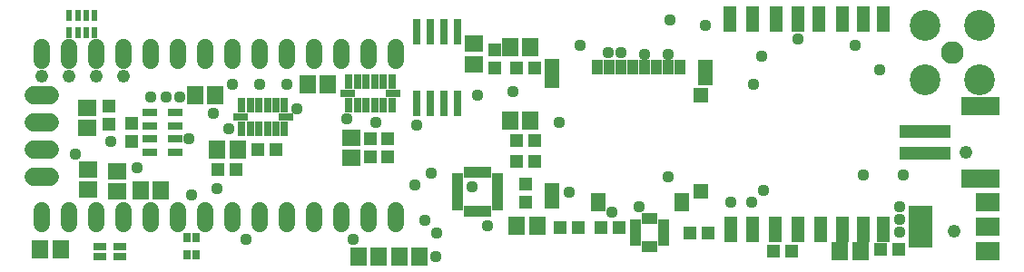
<source format=gts>
G75*
%MOIN*%
%OFA0B0*%
%FSLAX25Y25*%
%IPPOS*%
%LPD*%
%AMOC8*
5,1,8,0,0,1.08239X$1,22.5*
%
%ADD10R,0.05524X0.02769*%
%ADD11R,0.04737X0.05131*%
%ADD12R,0.06706X0.05918*%
%ADD13R,0.05131X0.04737*%
%ADD14R,0.05918X0.06706*%
%ADD15R,0.03162X0.09461*%
%ADD16C,0.06800*%
%ADD17R,0.04400X0.01900*%
%ADD18R,0.01900X0.04400*%
%ADD19R,0.02965X0.05328*%
%ADD20R,0.05328X0.02965*%
%ADD21R,0.08700X0.06700*%
%ADD22R,0.08700X0.15800*%
%ADD23R,0.05118X0.02953*%
%ADD24R,0.04000X0.02000*%
%ADD25R,0.02000X0.04000*%
%ADD26C,0.06000*%
%ADD27R,0.03950X0.05682*%
%ADD28R,0.05367X0.05721*%
%ADD29R,0.05367X0.05524*%
%ADD30R,0.05328X0.09461*%
%ADD31R,0.05328X0.10643*%
%ADD32R,0.05328X0.06706*%
%ADD33R,0.05000X0.09400*%
%ADD34C,0.08300*%
%ADD35C,0.11300*%
%ADD36R,0.18910X0.04737*%
%ADD37R,0.14186X0.07099*%
%ADD38R,0.02362X0.03937*%
%ADD39R,0.02572X0.03556*%
%ADD40C,0.04369*%
%ADD41C,0.04762*%
D10*
X0058434Y0050668D03*
X0067883Y0050668D03*
X0067883Y0055589D03*
X0058434Y0055589D03*
X0058434Y0060511D03*
X0067883Y0060511D03*
X0067883Y0065432D03*
X0058434Y0065432D03*
D11*
X0051908Y0061396D03*
X0043558Y0060879D03*
X0051908Y0054704D03*
X0043558Y0067571D03*
X0139408Y0055771D03*
X0145658Y0055771D03*
X0145658Y0049079D03*
X0139408Y0049079D03*
X0196283Y0038896D03*
X0196283Y0032204D03*
X0185033Y0081579D03*
X0185033Y0088271D03*
D12*
X0177533Y0090540D03*
X0177533Y0083060D03*
X0132533Y0056165D03*
X0132533Y0048685D03*
X0046283Y0043665D03*
X0035833Y0044440D03*
X0035833Y0036960D03*
X0046283Y0036185D03*
X0035558Y0059660D03*
X0035558Y0067140D03*
D13*
X0097937Y0051800D03*
X0104630Y0051800D03*
X0090255Y0044300D03*
X0083562Y0044300D03*
X0192937Y0047425D03*
X0199630Y0047425D03*
X0199630Y0054925D03*
X0192937Y0054925D03*
X0192937Y0081800D03*
X0199630Y0081800D03*
X0209187Y0023050D03*
X0215880Y0023050D03*
X0224187Y0023050D03*
X0230880Y0023050D03*
X0256687Y0021175D03*
X0263380Y0021175D03*
X0287312Y0014275D03*
X0294005Y0014275D03*
X0326687Y0014925D03*
X0333380Y0014925D03*
D14*
X0319398Y0014300D03*
X0311918Y0014300D03*
X0200648Y0023675D03*
X0193168Y0023675D03*
X0157523Y0012425D03*
X0150043Y0012425D03*
X0142523Y0012425D03*
X0135043Y0012425D03*
X0062523Y0036800D03*
X0055043Y0036800D03*
X0083168Y0051800D03*
X0090648Y0051800D03*
X0082523Y0071800D03*
X0075043Y0071800D03*
X0116293Y0075550D03*
X0123773Y0075550D03*
X0190668Y0062425D03*
X0198148Y0062425D03*
X0198148Y0089300D03*
X0190668Y0089300D03*
X0025690Y0015158D03*
X0018210Y0015158D03*
D15*
X0156283Y0068749D03*
X0161283Y0068749D03*
X0166283Y0068749D03*
X0171283Y0068749D03*
X0171283Y0094851D03*
X0166283Y0094851D03*
X0161283Y0094851D03*
X0156283Y0094851D03*
D16*
X0021783Y0071800D02*
X0015783Y0071800D01*
X0015783Y0061800D02*
X0021783Y0061800D01*
X0021783Y0051800D02*
X0015783Y0051800D01*
X0015783Y0041800D02*
X0021783Y0041800D01*
D17*
X0171539Y0042081D03*
X0171539Y0040112D03*
X0171539Y0038144D03*
X0171539Y0036175D03*
X0171539Y0034206D03*
X0171539Y0032238D03*
X0171539Y0030269D03*
X0186027Y0030269D03*
X0186027Y0032238D03*
X0186027Y0034206D03*
X0186027Y0036175D03*
X0186027Y0038144D03*
X0186027Y0040112D03*
X0186027Y0042081D03*
D18*
X0182720Y0043419D03*
X0180752Y0043419D03*
X0178783Y0043419D03*
X0176815Y0043419D03*
X0174846Y0043419D03*
X0174846Y0028931D03*
X0176815Y0028931D03*
X0178783Y0028931D03*
X0180752Y0028931D03*
X0182720Y0028931D03*
D19*
X0107907Y0059344D03*
X0104758Y0059344D03*
X0101608Y0059344D03*
X0098458Y0059344D03*
X0095309Y0059344D03*
X0092159Y0059344D03*
X0092159Y0068006D03*
X0095309Y0068006D03*
X0098458Y0068006D03*
X0101608Y0068006D03*
X0104758Y0068006D03*
X0107907Y0068006D03*
X0131534Y0068094D03*
X0134684Y0068094D03*
X0137833Y0068094D03*
X0140983Y0068094D03*
X0144133Y0068094D03*
X0147282Y0068094D03*
X0147282Y0076756D03*
X0144133Y0076756D03*
X0140983Y0076756D03*
X0137833Y0076756D03*
X0134684Y0076756D03*
X0131534Y0076756D03*
D20*
X0131141Y0072425D03*
X0147676Y0072425D03*
X0108301Y0063675D03*
X0091766Y0063675D03*
D21*
X0366183Y0032400D03*
X0366183Y0023400D03*
X0366183Y0014400D03*
D22*
X0341383Y0023300D03*
D23*
X0040240Y0012430D03*
X0047327Y0012430D03*
X0047327Y0016170D03*
X0040240Y0016170D03*
D24*
X0236889Y0017238D03*
X0236889Y0019206D03*
X0236889Y0021175D03*
X0236889Y0023144D03*
X0236889Y0025112D03*
X0246928Y0025112D03*
X0246928Y0023144D03*
X0246928Y0021175D03*
X0246928Y0019206D03*
X0246928Y0017238D03*
D25*
X0243877Y0016155D03*
X0241908Y0016155D03*
X0239940Y0016155D03*
X0239940Y0026195D03*
X0241908Y0026195D03*
X0243877Y0026195D03*
D26*
X0148783Y0024200D02*
X0148783Y0029400D01*
X0138783Y0029400D02*
X0138783Y0024200D01*
X0128783Y0024200D02*
X0128783Y0029400D01*
X0118783Y0029400D02*
X0118783Y0024200D01*
X0108783Y0024200D02*
X0108783Y0029400D01*
X0098783Y0029400D02*
X0098783Y0024200D01*
X0088783Y0024200D02*
X0088783Y0029400D01*
X0078783Y0029400D02*
X0078783Y0024200D01*
X0068783Y0024200D02*
X0068783Y0029400D01*
X0058783Y0029400D02*
X0058783Y0024200D01*
X0048783Y0024200D02*
X0048783Y0029400D01*
X0038783Y0029400D02*
X0038783Y0024200D01*
X0028783Y0024200D02*
X0028783Y0029400D01*
X0018783Y0029400D02*
X0018783Y0024200D01*
X0018783Y0084200D02*
X0018783Y0089400D01*
X0028783Y0089400D02*
X0028783Y0084200D01*
X0038783Y0084200D02*
X0038783Y0089400D01*
X0048783Y0089400D02*
X0048783Y0084200D01*
X0058783Y0084200D02*
X0058783Y0089400D01*
X0068783Y0089400D02*
X0068783Y0084200D01*
X0078783Y0084200D02*
X0078783Y0089400D01*
X0088783Y0089400D02*
X0088783Y0084200D01*
X0098783Y0084200D02*
X0098783Y0089400D01*
X0108783Y0089400D02*
X0108783Y0084200D01*
X0118783Y0084200D02*
X0118783Y0089400D01*
X0128783Y0089400D02*
X0128783Y0084200D01*
X0138783Y0084200D02*
X0138783Y0089400D01*
X0148783Y0089400D02*
X0148783Y0084200D01*
D27*
X0222760Y0081898D03*
X0227090Y0081898D03*
X0231421Y0081898D03*
X0235752Y0081898D03*
X0240082Y0081898D03*
X0244413Y0081898D03*
X0248744Y0081898D03*
X0253075Y0081898D03*
D28*
X0260712Y0071544D03*
D29*
X0260712Y0036269D03*
D30*
X0206067Y0034772D03*
X0262287Y0080127D03*
D31*
X0206067Y0079615D03*
D32*
X0222996Y0032489D03*
X0253626Y0032450D03*
D33*
X0271790Y0022425D03*
X0279664Y0022425D03*
X0288040Y0022425D03*
X0296288Y0022425D03*
X0304787Y0022425D03*
X0312661Y0022425D03*
X0320535Y0022425D03*
X0327784Y0022425D03*
X0327784Y0099792D03*
X0320535Y0099792D03*
X0312661Y0099792D03*
X0304162Y0099792D03*
X0296288Y0099792D03*
X0288414Y0099792D03*
X0279915Y0099792D03*
X0271539Y0099792D03*
D34*
X0353158Y0087425D03*
D35*
X0343119Y0077386D03*
X0363197Y0077386D03*
X0363197Y0097464D03*
X0343119Y0097464D03*
D36*
X0342966Y0058237D03*
X0342966Y0050363D03*
D37*
X0363439Y0040914D03*
X0363439Y0067686D03*
D38*
X0038244Y0094771D03*
X0035094Y0094771D03*
X0031945Y0094771D03*
X0028795Y0094771D03*
X0028795Y0101071D03*
X0031945Y0101071D03*
X0035094Y0101071D03*
X0038244Y0101071D03*
D39*
X0072208Y0019226D03*
X0075358Y0019226D03*
X0075358Y0013124D03*
X0072208Y0013124D03*
D40*
X0093783Y0018650D03*
X0133158Y0018675D03*
X0159408Y0025550D03*
X0163783Y0021175D03*
X0182533Y0023675D03*
X0163283Y0012500D03*
X0228158Y0028675D03*
X0238158Y0030550D03*
X0212533Y0036175D03*
X0176908Y0038050D03*
X0161908Y0043050D03*
X0155658Y0038675D03*
X0087533Y0059300D03*
X0072833Y0055550D03*
X0044108Y0054800D03*
X0030983Y0050000D03*
X0053783Y0044925D03*
X0083158Y0037425D03*
X0073783Y0034925D03*
X0156283Y0060550D03*
X0141283Y0061800D03*
X0130658Y0063050D03*
X0112533Y0066800D03*
X0108783Y0075550D03*
X0098783Y0075550D03*
X0088783Y0075550D03*
X0069408Y0071175D03*
X0064408Y0071175D03*
X0058783Y0071175D03*
X0081908Y0064925D03*
X0178783Y0071800D03*
X0191908Y0073050D03*
X0208783Y0061800D03*
X0280033Y0075550D03*
X0283158Y0086175D03*
X0296283Y0092425D03*
X0317533Y0089925D03*
X0326283Y0081175D03*
X0262533Y0097425D03*
X0249408Y0099300D03*
X0216283Y0089925D03*
X0226908Y0087425D03*
X0231283Y0087425D03*
X0240033Y0086800D03*
X0248783Y0086800D03*
X0320483Y0042500D03*
X0335033Y0042425D03*
X0333683Y0030800D03*
X0333683Y0026000D03*
X0333683Y0021200D03*
X0283783Y0036800D03*
X0279408Y0032425D03*
X0271908Y0032425D03*
X0248783Y0041800D03*
D41*
X0353783Y0021800D03*
X0358158Y0050550D03*
X0048783Y0078675D03*
X0038783Y0078675D03*
X0028783Y0078675D03*
X0018783Y0078675D03*
M02*

</source>
